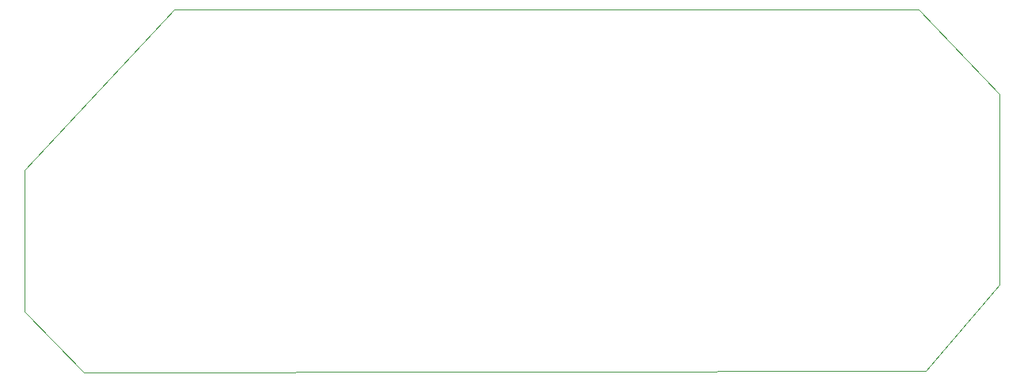
<source format=gbr>
%TF.GenerationSoftware,KiCad,Pcbnew,(6.0.7-1)-1*%
%TF.CreationDate,2023-10-29T11:35:45+10:00*%
%TF.ProjectId,HYD ISO Panel PCB V2,48594420-4953-44f2-9050-616e656c2050,rev?*%
%TF.SameCoordinates,Original*%
%TF.FileFunction,Profile,NP*%
%FSLAX46Y46*%
G04 Gerber Fmt 4.6, Leading zero omitted, Abs format (unit mm)*
G04 Created by KiCad (PCBNEW (6.0.7-1)-1) date 2023-10-29 11:35:45*
%MOMM*%
%LPD*%
G01*
G04 APERTURE LIST*
%TA.AperFunction,Profile*%
%ADD10C,0.050000*%
%TD*%
G04 APERTURE END LIST*
D10*
X83718400Y-60350400D02*
X163271200Y-60350400D01*
X171958000Y-89865200D02*
X164050000Y-99100000D01*
X67716400Y-77520800D02*
X83718400Y-60350400D01*
X74000000Y-99250000D02*
X164050000Y-99100000D01*
X171958000Y-69443600D02*
X171958000Y-89865200D01*
X67716400Y-77520800D02*
X67700000Y-92700000D01*
X163271200Y-60350400D02*
X171958000Y-69443600D01*
X67700000Y-92700000D02*
X74000000Y-99250000D01*
M02*

</source>
